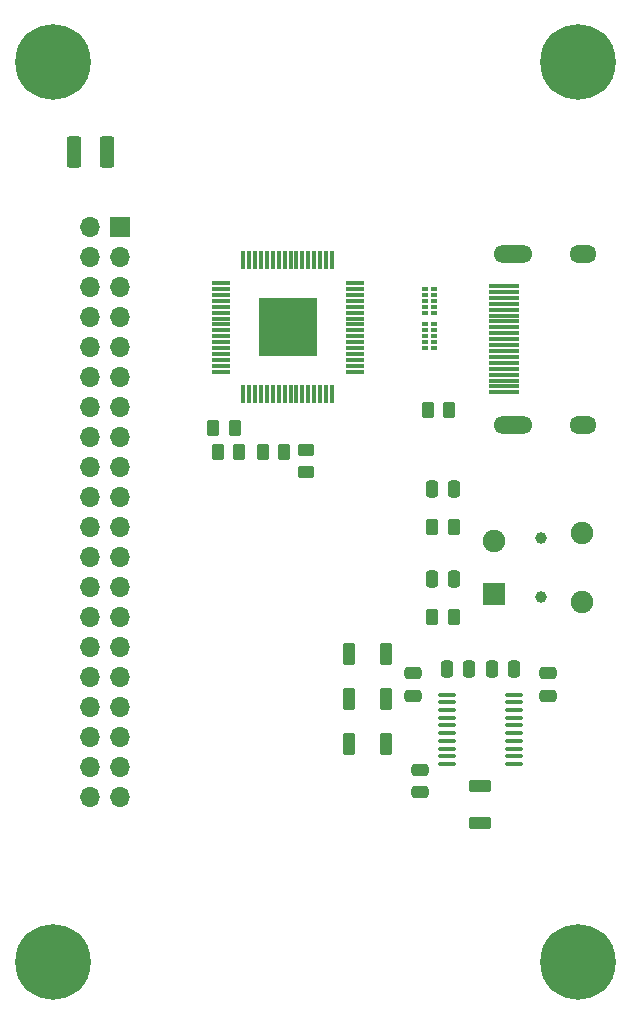
<source format=gbr>
%TF.GenerationSoftware,KiCad,Pcbnew,9.0.2+1*%
%TF.CreationDate,2025-07-26T23:59:44+01:00*%
%TF.ProjectId,ICE40HXDevBoardHDMI,49434534-3048-4584-9465-76426f617264,rev?*%
%TF.SameCoordinates,Original*%
%TF.FileFunction,Soldermask,Top*%
%TF.FilePolarity,Negative*%
%FSLAX46Y46*%
G04 Gerber Fmt 4.6, Leading zero omitted, Abs format (unit mm)*
G04 Created by KiCad (PCBNEW 9.0.2+1) date 2025-07-26 23:59:44*
%MOMM*%
%LPD*%
G01*
G04 APERTURE LIST*
G04 Aperture macros list*
%AMRoundRect*
0 Rectangle with rounded corners*
0 $1 Rounding radius*
0 $2 $3 $4 $5 $6 $7 $8 $9 X,Y pos of 4 corners*
0 Add a 4 corners polygon primitive as box body*
4,1,4,$2,$3,$4,$5,$6,$7,$8,$9,$2,$3,0*
0 Add four circle primitives for the rounded corners*
1,1,$1+$1,$2,$3*
1,1,$1+$1,$4,$5*
1,1,$1+$1,$6,$7*
1,1,$1+$1,$8,$9*
0 Add four rect primitives between the rounded corners*
20,1,$1+$1,$2,$3,$4,$5,0*
20,1,$1+$1,$4,$5,$6,$7,0*
20,1,$1+$1,$6,$7,$8,$9,0*
20,1,$1+$1,$8,$9,$2,$3,0*%
G04 Aperture macros list end*
%ADD10RoundRect,0.250000X-0.262500X-0.450000X0.262500X-0.450000X0.262500X0.450000X-0.262500X0.450000X0*%
%ADD11RoundRect,0.100000X-0.637500X-0.100000X0.637500X-0.100000X0.637500X0.100000X-0.637500X0.100000X0*%
%ADD12C,1.000000*%
%ADD13R,1.900000X1.900000*%
%ADD14C,1.900000*%
%ADD15RoundRect,0.250000X0.275000X0.700000X-0.275000X0.700000X-0.275000X-0.700000X0.275000X-0.700000X0*%
%ADD16RoundRect,0.250000X0.475000X-0.250000X0.475000X0.250000X-0.475000X0.250000X-0.475000X-0.250000X0*%
%ADD17C,6.400000*%
%ADD18RoundRect,0.250000X-0.475000X0.250000X-0.475000X-0.250000X0.475000X-0.250000X0.475000X0.250000X0*%
%ADD19R,1.700000X1.700000*%
%ADD20O,1.700000X1.700000*%
%ADD21RoundRect,0.250000X-0.250000X-0.475000X0.250000X-0.475000X0.250000X0.475000X-0.250000X0.475000X0*%
%ADD22RoundRect,0.250000X0.262500X0.450000X-0.262500X0.450000X-0.262500X-0.450000X0.262500X-0.450000X0*%
%ADD23RoundRect,0.250000X-0.450000X0.262500X-0.450000X-0.262500X0.450000X-0.262500X0.450000X0.262500X0*%
%ADD24R,2.600000X0.300000*%
%ADD25O,3.300000X1.500000*%
%ADD26O,2.300000X1.500000*%
%ADD27RoundRect,0.250000X-0.375000X-1.075000X0.375000X-1.075000X0.375000X1.075000X-0.375000X1.075000X0*%
%ADD28RoundRect,0.075000X-0.200000X0.075000X-0.200000X-0.075000X0.200000X-0.075000X0.200000X0.075000X0*%
%ADD29RoundRect,0.250000X0.250000X0.475000X-0.250000X0.475000X-0.250000X-0.475000X0.250000X-0.475000X0*%
%ADD30RoundRect,0.075000X0.075000X-0.700000X0.075000X0.700000X-0.075000X0.700000X-0.075000X-0.700000X0*%
%ADD31RoundRect,0.075000X0.700000X-0.075000X0.700000X0.075000X-0.700000X0.075000X-0.700000X-0.075000X0*%
%ADD32R,5.000000X5.000000*%
%ADD33RoundRect,0.250000X-0.700000X0.275000X-0.700000X-0.275000X0.700000X-0.275000X0.700000X0.275000X0*%
G04 APERTURE END LIST*
D10*
%TO.C,R9*%
X96115500Y-100838000D03*
X97940500Y-100838000D03*
%TD*%
D11*
%TO.C,U5*%
X115882500Y-123440000D03*
X115882500Y-124090000D03*
X115882500Y-124740000D03*
X115882500Y-125390000D03*
X115882500Y-126040000D03*
X115882500Y-126690000D03*
X115882500Y-127340000D03*
X115882500Y-127990000D03*
X115882500Y-128640000D03*
X115882500Y-129290000D03*
X121607500Y-129290000D03*
X121607500Y-128640000D03*
X121607500Y-127990000D03*
X121607500Y-127340000D03*
X121607500Y-126690000D03*
X121607500Y-126040000D03*
X121607500Y-125390000D03*
X121607500Y-124740000D03*
X121607500Y-124090000D03*
X121607500Y-123440000D03*
%TD*%
D12*
%TO.C,J2*%
X123865000Y-115149000D03*
X123865000Y-110149000D03*
D13*
X119865000Y-114899000D03*
D14*
X119865000Y-110399000D03*
X127365000Y-115549000D03*
X127365000Y-109749000D03*
%TD*%
D15*
%TO.C,FB8*%
X110795000Y-120015000D03*
X107645000Y-120015000D03*
%TD*%
D16*
%TO.C,C24*%
X113030000Y-123505000D03*
X113030000Y-121605000D03*
%TD*%
D17*
%TO.C,H4*%
X127000000Y-146050000D03*
%TD*%
D18*
%TO.C,C29*%
X124460000Y-121605000D03*
X124460000Y-123505000D03*
%TD*%
D17*
%TO.C,H3*%
X82550000Y-146050000D03*
%TD*%
D18*
%TO.C,C6*%
X113625000Y-129780000D03*
X113625000Y-131680000D03*
%TD*%
D10*
%TO.C,R10*%
X114276500Y-99314000D03*
X116101500Y-99314000D03*
%TD*%
D19*
%TO.C,J1*%
X88265000Y-83820000D03*
D20*
X85725000Y-83820000D03*
X88265000Y-86360000D03*
X85725000Y-86360000D03*
X88265000Y-88900000D03*
X85725000Y-88900000D03*
X88265000Y-91440000D03*
X85725000Y-91440000D03*
X88265000Y-93980000D03*
X85725000Y-93980000D03*
X88265000Y-96520000D03*
X85725000Y-96520000D03*
X88265000Y-99060000D03*
X85725000Y-99060000D03*
X88265000Y-101600000D03*
X85725000Y-101600000D03*
X88265000Y-104140000D03*
X85725000Y-104140000D03*
X88265000Y-106680000D03*
X85725000Y-106680000D03*
X88265000Y-109220000D03*
X85725000Y-109220000D03*
X88265000Y-111760000D03*
X85725000Y-111760000D03*
X88265000Y-114300000D03*
X85725000Y-114300000D03*
X88265000Y-116840000D03*
X85725000Y-116840000D03*
X88265000Y-119380000D03*
X85725000Y-119380000D03*
X88265000Y-121920000D03*
X85725000Y-121920000D03*
X88265000Y-124460000D03*
X85725000Y-124460000D03*
X88265000Y-127000000D03*
X85725000Y-127000000D03*
X88265000Y-129540000D03*
X85725000Y-129540000D03*
X88265000Y-132080000D03*
X85725000Y-132080000D03*
%TD*%
D21*
%TO.C,C28*%
X115890000Y-121285000D03*
X117790000Y-121285000D03*
%TD*%
D22*
%TO.C,R5*%
X102131500Y-102870000D03*
X100306500Y-102870000D03*
%TD*%
D15*
%TO.C,FB10*%
X110795000Y-127635000D03*
X107645000Y-127635000D03*
%TD*%
D23*
%TO.C,R1*%
X104013000Y-102719500D03*
X104013000Y-104544500D03*
%TD*%
D21*
%TO.C,C2*%
X119700000Y-121285000D03*
X121600000Y-121285000D03*
%TD*%
D24*
%TO.C,J3*%
X120725000Y-88834000D03*
X120725000Y-89334000D03*
X120725000Y-89834000D03*
X120725000Y-90334000D03*
X120725000Y-90834000D03*
X120725000Y-91334000D03*
X120725000Y-91834000D03*
X120725000Y-92334000D03*
X120725000Y-92834000D03*
X120725000Y-93334000D03*
X120725000Y-93834000D03*
X120725000Y-94334000D03*
X120725000Y-94834000D03*
X120725000Y-95334000D03*
X120725000Y-95834000D03*
X120725000Y-96334000D03*
X120725000Y-96834000D03*
X120725000Y-97334000D03*
X120725000Y-97834000D03*
D25*
X121485000Y-86084000D03*
X121485000Y-100584000D03*
D26*
X127445000Y-86084000D03*
X127445000Y-100584000D03*
%TD*%
D10*
%TO.C,R12*%
X114657500Y-109220000D03*
X116482500Y-109220000D03*
%TD*%
%TO.C,R11*%
X114657500Y-116840000D03*
X116482500Y-116840000D03*
%TD*%
D27*
%TO.C,D1*%
X84325000Y-77470000D03*
X87125000Y-77470000D03*
%TD*%
D28*
%TO.C,U4*%
X114032500Y-92084000D03*
X114032500Y-92584000D03*
X114032500Y-93084000D03*
X114032500Y-93584000D03*
X114032500Y-94084000D03*
X114802500Y-94084000D03*
X114802500Y-93584000D03*
X114802500Y-93084000D03*
X114802500Y-92584000D03*
X114802500Y-92084000D03*
%TD*%
%TO.C,U3*%
X114032500Y-89084000D03*
X114032500Y-89584000D03*
X114032500Y-90084000D03*
X114032500Y-90584000D03*
X114032500Y-91084000D03*
X114802500Y-91084000D03*
X114802500Y-90584000D03*
X114802500Y-90084000D03*
X114802500Y-89584000D03*
X114802500Y-89084000D03*
%TD*%
D29*
%TO.C,C25*%
X116520000Y-106045000D03*
X114620000Y-106045000D03*
%TD*%
D30*
%TO.C,U2*%
X98680000Y-98009000D03*
X99180000Y-98009000D03*
X99680000Y-98009000D03*
X100180000Y-98009000D03*
X100680000Y-98009000D03*
X101180000Y-98009000D03*
X101680000Y-98009000D03*
X102180000Y-98009000D03*
X102680000Y-98009000D03*
X103180000Y-98009000D03*
X103680000Y-98009000D03*
X104180000Y-98009000D03*
X104680000Y-98009000D03*
X105180000Y-98009000D03*
X105680000Y-98009000D03*
X106180000Y-98009000D03*
D31*
X108105000Y-96084000D03*
X108105000Y-95584000D03*
X108105000Y-95084000D03*
X108105000Y-94584000D03*
X108105000Y-94084000D03*
X108105000Y-93584000D03*
X108105000Y-93084000D03*
X108105000Y-92584000D03*
X108105000Y-92084000D03*
X108105000Y-91584000D03*
X108105000Y-91084000D03*
X108105000Y-90584000D03*
X108105000Y-90084000D03*
X108105000Y-89584000D03*
X108105000Y-89084000D03*
X108105000Y-88584000D03*
D30*
X106180000Y-86659000D03*
X105680000Y-86659000D03*
X105180000Y-86659000D03*
X104680000Y-86659000D03*
X104180000Y-86659000D03*
X103680000Y-86659000D03*
X103180000Y-86659000D03*
X102680000Y-86659000D03*
X102180000Y-86659000D03*
X101680000Y-86659000D03*
X101180000Y-86659000D03*
X100680000Y-86659000D03*
X100180000Y-86659000D03*
X99680000Y-86659000D03*
X99180000Y-86659000D03*
X98680000Y-86659000D03*
D31*
X96755000Y-88584000D03*
X96755000Y-89084000D03*
X96755000Y-89584000D03*
X96755000Y-90084000D03*
X96755000Y-90584000D03*
X96755000Y-91084000D03*
X96755000Y-91584000D03*
X96755000Y-92084000D03*
X96755000Y-92584000D03*
X96755000Y-93084000D03*
X96755000Y-93584000D03*
X96755000Y-94084000D03*
X96755000Y-94584000D03*
X96755000Y-95084000D03*
X96755000Y-95584000D03*
X96755000Y-96084000D03*
D32*
X102430000Y-92334000D03*
%TD*%
D15*
%TO.C,FB6*%
X110795000Y-123825000D03*
X107645000Y-123825000D03*
%TD*%
D29*
%TO.C,C26*%
X116520000Y-113665000D03*
X114620000Y-113665000D03*
%TD*%
D17*
%TO.C,H2*%
X127000000Y-69850000D03*
%TD*%
D10*
%TO.C,R6*%
X96496500Y-102870000D03*
X98321500Y-102870000D03*
%TD*%
D33*
%TO.C,FB7*%
X118745000Y-131140000D03*
X118745000Y-134290000D03*
%TD*%
D17*
%TO.C,H1*%
X82550000Y-69850000D03*
%TD*%
M02*

</source>
